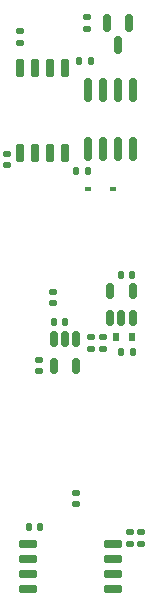
<source format=gbr>
G04 #@! TF.GenerationSoftware,KiCad,Pcbnew,(6.0.5)*
G04 #@! TF.CreationDate,2022-10-28T12:11:28-07:00*
G04 #@! TF.ProjectId,pico-ice,7069636f-2d69-4636-952e-6b696361645f,REV1*
G04 #@! TF.SameCoordinates,Original*
G04 #@! TF.FileFunction,Paste,Bot*
G04 #@! TF.FilePolarity,Positive*
%FSLAX46Y46*%
G04 Gerber Fmt 4.6, Leading zero omitted, Abs format (unit mm)*
G04 Created by KiCad (PCBNEW (6.0.5)) date 2022-10-28 12:11:28*
%MOMM*%
%LPD*%
G01*
G04 APERTURE LIST*
G04 Aperture macros list*
%AMRoundRect*
0 Rectangle with rounded corners*
0 $1 Rounding radius*
0 $2 $3 $4 $5 $6 $7 $8 $9 X,Y pos of 4 corners*
0 Add a 4 corners polygon primitive as box body*
4,1,4,$2,$3,$4,$5,$6,$7,$8,$9,$2,$3,0*
0 Add four circle primitives for the rounded corners*
1,1,$1+$1,$2,$3*
1,1,$1+$1,$4,$5*
1,1,$1+$1,$6,$7*
1,1,$1+$1,$8,$9*
0 Add four rect primitives between the rounded corners*
20,1,$1+$1,$2,$3,$4,$5,0*
20,1,$1+$1,$4,$5,$6,$7,0*
20,1,$1+$1,$6,$7,$8,$9,0*
20,1,$1+$1,$8,$9,$2,$3,0*%
G04 Aperture macros list end*
%ADD10RoundRect,0.135000X-0.185000X0.135000X-0.185000X-0.135000X0.185000X-0.135000X0.185000X0.135000X0*%
%ADD11RoundRect,0.140000X-0.170000X0.140000X-0.170000X-0.140000X0.170000X-0.140000X0.170000X0.140000X0*%
%ADD12R,0.600000X0.450000*%
%ADD13RoundRect,0.135000X-0.135000X-0.185000X0.135000X-0.185000X0.135000X0.185000X-0.135000X0.185000X0*%
%ADD14RoundRect,0.140000X0.170000X-0.140000X0.170000X0.140000X-0.170000X0.140000X-0.170000X-0.140000X0*%
%ADD15RoundRect,0.140000X0.140000X0.170000X-0.140000X0.170000X-0.140000X-0.170000X0.140000X-0.170000X0*%
%ADD16RoundRect,0.140000X-0.140000X-0.170000X0.140000X-0.170000X0.140000X0.170000X-0.140000X0.170000X0*%
%ADD17RoundRect,0.150000X-0.150000X0.650000X-0.150000X-0.650000X0.150000X-0.650000X0.150000X0.650000X0*%
%ADD18RoundRect,0.150000X0.650000X0.150000X-0.650000X0.150000X-0.650000X-0.150000X0.650000X-0.150000X0*%
%ADD19RoundRect,0.150000X-0.150000X0.825000X-0.150000X-0.825000X0.150000X-0.825000X0.150000X0.825000X0*%
%ADD20RoundRect,0.135000X0.185000X-0.135000X0.185000X0.135000X-0.185000X0.135000X-0.185000X-0.135000X0*%
%ADD21RoundRect,0.150000X0.150000X-0.512500X0.150000X0.512500X-0.150000X0.512500X-0.150000X-0.512500X0*%
%ADD22R,0.600000X0.700000*%
%ADD23RoundRect,0.150000X-0.150000X0.587500X-0.150000X-0.587500X0.150000X-0.587500X0.150000X0.587500X0*%
%ADD24RoundRect,0.150000X-0.150000X0.512500X-0.150000X-0.512500X0.150000X-0.512500X0.150000X0.512500X0*%
G04 APERTURE END LIST*
D10*
X78054200Y-119731600D03*
X78054200Y-120751600D03*
D11*
X66710718Y-87691471D03*
X66710718Y-88651471D03*
D12*
X73549800Y-90678000D03*
X75649800Y-90678000D03*
D13*
X72779312Y-79840277D03*
X73799312Y-79840277D03*
D14*
X72567800Y-117370800D03*
X72567800Y-116410800D03*
D15*
X77340400Y-104495600D03*
X76380400Y-104495600D03*
D11*
X74828400Y-103253600D03*
X74828400Y-104213600D03*
D16*
X70640000Y-101955600D03*
X71600000Y-101955600D03*
D17*
X67818000Y-80474000D03*
X69088000Y-80474000D03*
X70358000Y-80474000D03*
X71628000Y-80474000D03*
X71628000Y-87674000D03*
X70358000Y-87674000D03*
X69088000Y-87674000D03*
X67818000Y-87674000D03*
D18*
X75659800Y-120751600D03*
X75659800Y-122021600D03*
X75659800Y-123291600D03*
X75659800Y-124561600D03*
X68459800Y-124561600D03*
X68459800Y-123291600D03*
X68459800Y-122021600D03*
X68459800Y-120751600D03*
D15*
X73530400Y-89204800D03*
X72570400Y-89204800D03*
D11*
X70586600Y-99418200D03*
X70586600Y-100378200D03*
D15*
X77315000Y-97993200D03*
X76355000Y-97993200D03*
D19*
X73533000Y-82320000D03*
X74803000Y-82320000D03*
X76073000Y-82320000D03*
X77343000Y-82320000D03*
X77343000Y-87270000D03*
X76073000Y-87270000D03*
X74803000Y-87270000D03*
X73533000Y-87270000D03*
D20*
X67818000Y-78310200D03*
X67818000Y-77290200D03*
D21*
X77327800Y-101619900D03*
X76377800Y-101619900D03*
X75427800Y-101619900D03*
X75427800Y-99344900D03*
X77327800Y-99344900D03*
D20*
X73837800Y-104243600D03*
X73837800Y-103223600D03*
X77139800Y-120753600D03*
X77139800Y-119733600D03*
D16*
X68531800Y-119278400D03*
X69491800Y-119278400D03*
D22*
X77306400Y-103251000D03*
X75906400Y-103251000D03*
D23*
X75148400Y-76608700D03*
X77048400Y-76608700D03*
X76098400Y-78483700D03*
D24*
X70652600Y-103408900D03*
X71602600Y-103408900D03*
X72552600Y-103408900D03*
X72552600Y-105683900D03*
X70652600Y-105683900D03*
D14*
X69392800Y-106144000D03*
X69392800Y-105184000D03*
D10*
X73507600Y-76147200D03*
X73507600Y-77167200D03*
M02*

</source>
